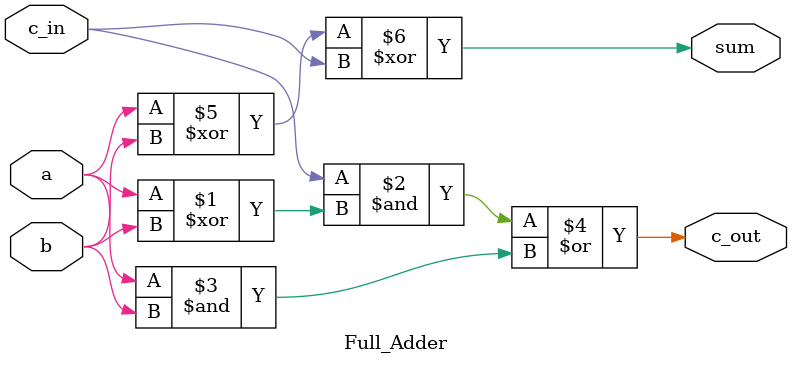
<source format=v>
`timescale 1ns / 1ps

module Full_Adder(
   input a,
   input b,
   input c_in,
   output c_out,
   output sum
    );

assign c_out = (c_in & (a^b)) | (a&b);
assign sum = (a^b)^c_in;
 
endmodule

</source>
